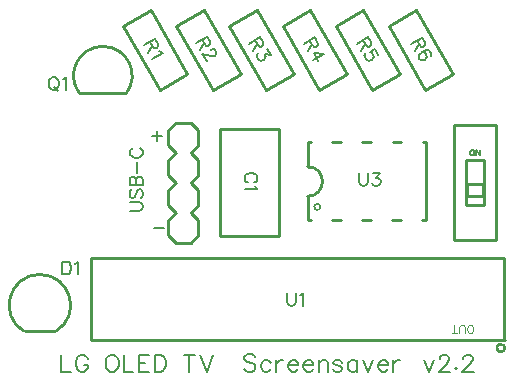
<source format=gto>
G04 Layer: TopSilkscreenLayer*
G04 EasyEDA v6.5.34, 2023-08-16 01:38:41*
G04 0b4bf82fb62e4253a9ec38605943c121,d082a57bed8c4960b86515869d5a82c3,10*
G04 Gerber Generator version 0.2*
G04 Scale: 100 percent, Rotated: No, Reflected: No *
G04 Dimensions in millimeters *
G04 leading zeros omitted , absolute positions ,4 integer and 5 decimal *
%FSLAX45Y45*%
%MOMM*%

%ADD10C,0.2032*%
%ADD11C,0.1524*%
%ADD12C,0.1000*%
%ADD13C,0.2540*%
%ADD14C,0.1500*%
%ADD15C,0.0189*%

%LPD*%
D10*
X571500Y240284D02*
G01*
X571500Y97028D01*
X571500Y97028D02*
G01*
X653287Y97028D01*
X800607Y206247D02*
G01*
X793750Y219710D01*
X780034Y233426D01*
X766571Y240284D01*
X739139Y240284D01*
X725678Y233426D01*
X711962Y219710D01*
X705104Y206247D01*
X698245Y185673D01*
X698245Y151637D01*
X705104Y131063D01*
X711962Y117602D01*
X725678Y103886D01*
X739139Y97028D01*
X766571Y97028D01*
X780034Y103886D01*
X793750Y117602D01*
X800607Y131063D01*
X800607Y151637D01*
X766571Y151637D02*
G01*
X800607Y151637D01*
X991615Y240284D02*
G01*
X977900Y233426D01*
X964184Y219710D01*
X957326Y206247D01*
X950468Y185673D01*
X950468Y151637D01*
X957326Y131063D01*
X964184Y117602D01*
X977900Y103886D01*
X991615Y97028D01*
X1018794Y97028D01*
X1032510Y103886D01*
X1045971Y117602D01*
X1052829Y131063D01*
X1059687Y151637D01*
X1059687Y185673D01*
X1052829Y206247D01*
X1045971Y219710D01*
X1032510Y233426D01*
X1018794Y240284D01*
X991615Y240284D01*
X1104645Y240284D02*
G01*
X1104645Y97028D01*
X1104645Y97028D02*
G01*
X1186434Y97028D01*
X1231392Y240284D02*
G01*
X1231392Y97028D01*
X1231392Y240284D02*
G01*
X1320037Y240284D01*
X1231392Y171957D02*
G01*
X1286002Y171957D01*
X1231392Y97028D02*
G01*
X1320037Y97028D01*
X1365250Y240284D02*
G01*
X1365250Y97028D01*
X1365250Y240284D02*
G01*
X1412747Y240284D01*
X1433321Y233426D01*
X1447037Y219710D01*
X1453895Y206247D01*
X1460500Y185673D01*
X1460500Y151637D01*
X1453895Y131063D01*
X1447037Y117602D01*
X1433321Y103886D01*
X1412747Y97028D01*
X1365250Y97028D01*
X1658365Y240284D02*
G01*
X1658365Y97028D01*
X1610613Y240284D02*
G01*
X1706118Y240284D01*
X1751076Y240284D02*
G01*
X1805686Y97028D01*
X1860042Y240284D02*
G01*
X1805686Y97028D01*
X2218181Y222504D02*
G01*
X2204465Y236220D01*
X2183384Y243331D01*
X2155697Y243331D01*
X2134870Y236220D01*
X2120900Y222504D01*
X2120900Y208534D01*
X2127758Y194563D01*
X2134870Y187705D01*
X2148840Y180594D01*
X2190495Y166878D01*
X2204465Y159765D01*
X2211324Y152907D01*
X2218181Y138937D01*
X2218181Y118110D01*
X2204465Y104139D01*
X2183384Y97281D01*
X2155697Y97281D01*
X2134870Y104139D01*
X2120900Y118110D01*
X2347722Y173736D02*
G01*
X2333752Y187705D01*
X2319781Y194563D01*
X2298954Y194563D01*
X2284984Y187705D01*
X2271013Y173736D01*
X2264156Y152907D01*
X2264156Y138937D01*
X2271013Y118110D01*
X2284984Y104139D01*
X2298954Y97281D01*
X2319781Y97281D01*
X2333752Y104139D01*
X2347722Y118110D01*
X2393441Y194563D02*
G01*
X2393441Y97281D01*
X2393441Y152907D02*
G01*
X2400554Y173736D01*
X2414270Y187705D01*
X2428240Y194563D01*
X2449068Y194563D01*
X2495041Y152907D02*
G01*
X2578608Y152907D01*
X2578608Y166878D01*
X2571495Y180594D01*
X2564638Y187705D01*
X2550668Y194563D01*
X2529840Y194563D01*
X2515870Y187705D01*
X2501900Y173736D01*
X2495041Y152907D01*
X2495041Y138937D01*
X2501900Y118110D01*
X2515870Y104139D01*
X2529840Y97281D01*
X2550668Y97281D01*
X2564638Y104139D01*
X2578608Y118110D01*
X2624327Y152907D02*
G01*
X2707893Y152907D01*
X2707893Y166878D01*
X2700781Y180594D01*
X2693924Y187705D01*
X2679954Y194563D01*
X2659125Y194563D01*
X2645156Y187705D01*
X2631440Y173736D01*
X2624327Y152907D01*
X2624327Y138937D01*
X2631440Y118110D01*
X2645156Y104139D01*
X2659125Y97281D01*
X2679954Y97281D01*
X2693924Y104139D01*
X2707893Y118110D01*
X2753868Y194563D02*
G01*
X2753868Y97281D01*
X2753868Y166878D02*
G01*
X2774695Y187705D01*
X2788411Y194563D01*
X2809493Y194563D01*
X2823209Y187705D01*
X2830322Y166878D01*
X2830322Y97281D01*
X2952750Y173736D02*
G01*
X2945638Y187705D01*
X2924809Y194563D01*
X2903981Y194563D01*
X2883154Y187705D01*
X2876041Y173736D01*
X2883154Y159765D01*
X2897124Y152907D01*
X2931922Y146050D01*
X2945638Y138937D01*
X2952750Y124968D01*
X2952750Y118110D01*
X2945638Y104139D01*
X2924809Y97281D01*
X2903981Y97281D01*
X2883154Y104139D01*
X2876041Y118110D01*
X3082036Y194563D02*
G01*
X3082036Y97281D01*
X3082036Y173736D02*
G01*
X3068065Y187705D01*
X3054095Y194563D01*
X3033268Y194563D01*
X3019552Y187705D01*
X3005581Y173736D01*
X2998470Y152907D01*
X2998470Y138937D01*
X3005581Y118110D01*
X3019552Y104139D01*
X3033268Y97281D01*
X3054095Y97281D01*
X3068065Y104139D01*
X3082036Y118110D01*
X3128009Y194563D02*
G01*
X3169665Y97281D01*
X3211322Y194563D02*
G01*
X3169665Y97281D01*
X3257295Y152907D02*
G01*
X3340608Y152907D01*
X3340608Y166878D01*
X3333750Y180594D01*
X3326891Y187705D01*
X3312922Y194563D01*
X3292093Y194563D01*
X3278124Y187705D01*
X3264154Y173736D01*
X3257295Y152907D01*
X3257295Y138937D01*
X3264154Y118110D01*
X3278124Y104139D01*
X3292093Y97281D01*
X3312922Y97281D01*
X3326891Y104139D01*
X3340608Y118110D01*
X3386581Y194563D02*
G01*
X3386581Y97281D01*
X3386581Y152907D02*
G01*
X3393693Y173736D01*
X3407409Y187705D01*
X3421379Y194563D01*
X3442208Y194563D01*
X3644900Y192531D02*
G01*
X3685793Y97028D01*
X3726688Y192531D02*
G01*
X3685793Y97028D01*
X3778504Y206247D02*
G01*
X3778504Y213105D01*
X3785361Y226568D01*
X3792220Y233426D01*
X3805681Y240284D01*
X3833113Y240284D01*
X3846829Y233426D01*
X3853434Y226568D01*
X3860291Y213105D01*
X3860291Y199389D01*
X3853434Y185673D01*
X3839972Y165354D01*
X3771645Y97028D01*
X3867150Y97028D01*
X3918965Y131063D02*
G01*
X3912108Y124460D01*
X3918965Y117602D01*
X3925824Y124460D01*
X3918965Y131063D01*
X3977640Y206247D02*
G01*
X3977640Y213105D01*
X3984497Y226568D01*
X3991356Y233426D01*
X4004818Y240284D01*
X4032250Y240284D01*
X4045711Y233426D01*
X4052570Y226568D01*
X4059427Y213105D01*
X4059427Y199389D01*
X4052570Y185673D01*
X4039108Y165354D01*
X3970781Y97028D01*
X4066286Y97028D01*
X1387094Y2132076D02*
G01*
X1387094Y2050034D01*
X1346200Y2091181D02*
G01*
X1427987Y2091181D01*
X1358900Y1316481D02*
G01*
X1440687Y1316481D01*
D11*
X584200Y1029715D02*
G01*
X584200Y920750D01*
X584200Y1029715D02*
G01*
X620521Y1029715D01*
X636270Y1024636D01*
X646429Y1014221D01*
X651763Y1003807D01*
X656844Y988060D01*
X656844Y962152D01*
X651763Y946657D01*
X646429Y936244D01*
X636270Y925829D01*
X620521Y920750D01*
X584200Y920750D01*
X691134Y1008887D02*
G01*
X701547Y1014221D01*
X717295Y1029715D01*
X717295Y920750D01*
X1809399Y2934741D02*
G01*
X1715030Y2880258D01*
X1809399Y2934741D02*
G01*
X1832767Y2894266D01*
X1836115Y2878307D01*
X1834161Y2871022D01*
X1827682Y2861416D01*
X1818662Y2856209D01*
X1807105Y2855401D01*
X1800039Y2857479D01*
X1787893Y2868358D01*
X1764525Y2908833D01*
X1782686Y2877378D02*
G01*
X1751352Y2817347D01*
X1843095Y2824561D02*
G01*
X1847494Y2827101D01*
X1859053Y2827909D01*
X1866341Y2825955D01*
X1875947Y2819476D01*
X1886234Y2801658D01*
X1887042Y2790101D01*
X1885088Y2782813D01*
X1878609Y2773207D01*
X1869589Y2768000D01*
X1858032Y2767192D01*
X1839407Y2768465D01*
X1768497Y2787650D01*
X1804946Y2724518D01*
X2260031Y2928556D02*
G01*
X2165664Y2874073D01*
X2260031Y2928556D02*
G01*
X2283399Y2888081D01*
X2286746Y2872122D01*
X2284796Y2864835D01*
X2278316Y2855229D01*
X2269296Y2850022D01*
X2257739Y2849214D01*
X2250671Y2851294D01*
X2238524Y2862173D01*
X2215156Y2902648D01*
X2233317Y2871190D02*
G01*
X2201986Y2811160D01*
X2318705Y2826928D02*
G01*
X2347280Y2777436D01*
X2295712Y2783443D01*
X2303459Y2770024D01*
X2304265Y2758467D01*
X2302405Y2751528D01*
X2291435Y2739034D01*
X2282416Y2733827D01*
X2266332Y2730700D01*
X2252106Y2734510D01*
X2239959Y2745389D01*
X2232212Y2758808D01*
X2228738Y2774985D01*
X2230597Y2781924D01*
X2236950Y2791752D01*
X2720271Y2927857D02*
G01*
X2625902Y2873375D01*
X2720271Y2927857D02*
G01*
X2743639Y2887383D01*
X2746987Y2871424D01*
X2745033Y2864139D01*
X2738554Y2854533D01*
X2729534Y2849326D01*
X2717977Y2848518D01*
X2710911Y2850596D01*
X2698765Y2861475D01*
X2675397Y2901950D01*
X2693558Y2870494D02*
G01*
X2662224Y2810464D01*
X2799773Y2790156D02*
G01*
X2710825Y2798927D01*
X2749814Y2731396D01*
X2799773Y2790156D02*
G01*
X2705404Y2735673D01*
X4050670Y1976280D02*
G01*
X4045844Y1973994D01*
X4041272Y1969422D01*
X4038986Y1964850D01*
X4036700Y1957738D01*
X4036700Y1946308D01*
X4038986Y1939450D01*
X4041272Y1934624D01*
X4045844Y1930052D01*
X4050670Y1927766D01*
X4059814Y1927766D01*
X4064386Y1930052D01*
X4068958Y1934624D01*
X4071244Y1939450D01*
X4073530Y1946308D01*
X4073530Y1957738D01*
X4071244Y1964850D01*
X4068958Y1969422D01*
X4064386Y1973994D01*
X4059814Y1976280D01*
X4050670Y1976280D01*
X4088770Y1976280D02*
G01*
X4088770Y1927766D01*
X4088770Y1976280D02*
G01*
X4121282Y1927766D01*
X4121282Y1976280D02*
G01*
X4121282Y1927766D01*
X1369867Y2914500D02*
G01*
X1275499Y2860017D01*
X1369867Y2914500D02*
G01*
X1393235Y2874027D01*
X1396583Y2858068D01*
X1394630Y2850781D01*
X1388150Y2841175D01*
X1379131Y2835968D01*
X1367574Y2835160D01*
X1360507Y2837240D01*
X1348361Y2848119D01*
X1324993Y2888592D01*
X1343154Y2857136D02*
G01*
X1311821Y2797106D01*
X1405295Y2811480D02*
G01*
X1415122Y2805127D01*
X1436415Y2799237D01*
X1342047Y2744754D01*
X3172772Y2928556D02*
G01*
X3078403Y2874073D01*
X3172772Y2928556D02*
G01*
X3196140Y2888081D01*
X3199488Y2872122D01*
X3197534Y2864838D01*
X3191055Y2855231D01*
X3182035Y2850024D01*
X3170478Y2849217D01*
X3163412Y2851294D01*
X3151266Y2862173D01*
X3127898Y2902648D01*
X3146059Y2871193D02*
G01*
X3114725Y2811162D01*
X3257481Y2781835D02*
G01*
X3231446Y2826931D01*
X3188431Y2807962D01*
X3195370Y2806103D01*
X3207862Y2795130D01*
X3215609Y2781714D01*
X3218738Y2765628D01*
X3215147Y2751528D01*
X3204174Y2739034D01*
X3195157Y2733827D01*
X3179071Y2730700D01*
X3164845Y2734513D01*
X3152698Y2745392D01*
X3144951Y2758808D01*
X3141477Y2774988D01*
X3143336Y2781927D01*
X3149688Y2791752D01*
X3630467Y2926359D02*
G01*
X3536099Y2871876D01*
X3630467Y2926359D02*
G01*
X3653833Y2885884D01*
X3657180Y2869925D01*
X3655227Y2862640D01*
X3648750Y2853032D01*
X3639731Y2847825D01*
X3628174Y2847017D01*
X3621107Y2849097D01*
X3608959Y2859976D01*
X3585593Y2900451D01*
X3603752Y2868993D02*
G01*
X3572421Y2808963D01*
X3701755Y2771889D02*
G01*
X3708107Y2781716D01*
X3704760Y2797675D01*
X3699553Y2806694D01*
X3687409Y2817571D01*
X3668562Y2818716D01*
X3643459Y2810382D01*
X3621021Y2797429D01*
X3605651Y2782394D01*
X3601839Y2768170D01*
X3605187Y2752209D01*
X3607854Y2747591D01*
X3620000Y2736712D01*
X3634226Y2732900D01*
X3650185Y2736248D01*
X3654806Y2738915D01*
X3665682Y2751063D01*
X3669494Y2765287D01*
X3666147Y2781246D01*
X3663480Y2785866D01*
X3651333Y2796745D01*
X3637107Y2800555D01*
X3621021Y2797429D01*
X1154783Y1460502D02*
G01*
X1232507Y1460502D01*
X1248255Y1465582D01*
X1258669Y1475996D01*
X1263749Y1491744D01*
X1263749Y1502158D01*
X1258669Y1517652D01*
X1248255Y1528066D01*
X1232507Y1533146D01*
X1154783Y1533146D01*
X1170277Y1640334D02*
G01*
X1159863Y1629920D01*
X1154783Y1614172D01*
X1154783Y1593598D01*
X1159863Y1577850D01*
X1170277Y1567436D01*
X1180691Y1567436D01*
X1191105Y1572770D01*
X1196185Y1577850D01*
X1201519Y1588264D01*
X1211933Y1619506D01*
X1217013Y1629920D01*
X1222093Y1635000D01*
X1232507Y1640334D01*
X1248255Y1640334D01*
X1258669Y1629920D01*
X1263749Y1614172D01*
X1263749Y1593598D01*
X1258669Y1577850D01*
X1248255Y1567436D01*
X1154783Y1674624D02*
G01*
X1263749Y1674624D01*
X1154783Y1674624D02*
G01*
X1154783Y1721360D01*
X1159863Y1736854D01*
X1164943Y1742188D01*
X1175357Y1747268D01*
X1185771Y1747268D01*
X1196185Y1742188D01*
X1201519Y1736854D01*
X1206599Y1721360D01*
X1206599Y1674624D02*
G01*
X1206599Y1721360D01*
X1211933Y1736854D01*
X1217013Y1742188D01*
X1227427Y1747268D01*
X1242921Y1747268D01*
X1253335Y1742188D01*
X1258669Y1736854D01*
X1263749Y1721360D01*
X1263749Y1674624D01*
X1217013Y1781558D02*
G01*
X1217013Y1875030D01*
X1180691Y1987298D02*
G01*
X1170277Y1982218D01*
X1159863Y1971804D01*
X1154783Y1961390D01*
X1154783Y1940562D01*
X1159863Y1930148D01*
X1170277Y1919734D01*
X1180691Y1914654D01*
X1196185Y1909320D01*
X1222093Y1909320D01*
X1237841Y1914654D01*
X1248255Y1919734D01*
X1258669Y1930148D01*
X1263749Y1940562D01*
X1263749Y1961390D01*
X1258669Y1971804D01*
X1248255Y1982218D01*
X1237841Y1987298D01*
X3098261Y1779000D02*
G01*
X3098261Y1701022D01*
X3103341Y1685528D01*
X3113755Y1675114D01*
X3129503Y1670034D01*
X3139917Y1670034D01*
X3155411Y1675114D01*
X3165825Y1685528D01*
X3170905Y1701022D01*
X3170905Y1779000D01*
X3215609Y1779000D02*
G01*
X3272759Y1779000D01*
X3241771Y1737344D01*
X3257265Y1737344D01*
X3267679Y1732264D01*
X3272759Y1727184D01*
X3278093Y1711436D01*
X3278093Y1701022D01*
X3272759Y1685528D01*
X3262345Y1675114D01*
X3246851Y1670034D01*
X3231357Y1670034D01*
X3215609Y1675114D01*
X3210529Y1680194D01*
X3205195Y1690608D01*
X2489200Y763015D02*
G01*
X2489200Y685037D01*
X2494279Y669544D01*
X2504693Y659129D01*
X2520441Y654050D01*
X2530856Y654050D01*
X2546350Y659129D01*
X2556763Y669544D01*
X2561843Y685037D01*
X2561843Y763015D01*
X2596134Y742187D02*
G01*
X2606547Y747521D01*
X2622295Y763015D01*
X2622295Y654050D01*
D12*
X4043286Y425495D02*
G01*
X4049636Y428797D01*
X4055986Y435147D01*
X4059034Y441497D01*
X4062336Y450895D01*
X4062336Y466897D01*
X4059034Y476549D01*
X4055986Y482899D01*
X4049636Y489249D01*
X4043286Y492297D01*
X4030586Y492297D01*
X4023982Y489249D01*
X4017632Y482899D01*
X4014584Y476549D01*
X4011282Y466897D01*
X4011282Y450895D01*
X4014584Y441497D01*
X4017632Y435147D01*
X4023982Y428797D01*
X4030586Y425495D01*
X4043286Y425495D01*
X3990454Y425495D02*
G01*
X3990454Y473247D01*
X3987152Y482899D01*
X3980802Y489249D01*
X3971404Y492297D01*
X3964800Y492297D01*
X3955402Y489249D01*
X3949052Y482899D01*
X3945750Y473247D01*
X3945750Y425495D01*
X3902570Y425495D02*
G01*
X3902570Y492297D01*
X3924922Y425495D02*
G01*
X3880218Y425495D01*
D11*
X501142Y2591815D02*
G01*
X490728Y2586736D01*
X480313Y2576321D01*
X474979Y2565907D01*
X469900Y2550160D01*
X469900Y2524252D01*
X474979Y2508757D01*
X480313Y2498344D01*
X490728Y2487929D01*
X501142Y2482850D01*
X521970Y2482850D01*
X532129Y2487929D01*
X542544Y2498344D01*
X547878Y2508757D01*
X552957Y2524252D01*
X552957Y2550160D01*
X547878Y2565907D01*
X542544Y2576321D01*
X532129Y2586736D01*
X521970Y2591815D01*
X501142Y2591815D01*
X516636Y2503423D02*
G01*
X547878Y2472436D01*
X587247Y2570987D02*
G01*
X597662Y2576321D01*
X613410Y2591815D01*
X613410Y2482850D01*
X2210308Y1700006D02*
G01*
X2220722Y1705340D01*
X2231136Y1715754D01*
X2236215Y1725914D01*
X2236215Y1746742D01*
X2231136Y1757156D01*
X2220722Y1767570D01*
X2210308Y1772904D01*
X2194559Y1777984D01*
X2168652Y1777984D01*
X2153158Y1772904D01*
X2142743Y1767570D01*
X2132329Y1757156D01*
X2127250Y1746742D01*
X2127250Y1725914D01*
X2132329Y1715754D01*
X2142743Y1705340D01*
X2153158Y1700006D01*
X2215388Y1665716D02*
G01*
X2220722Y1655302D01*
X2236215Y1639808D01*
X2127250Y1639808D01*
D13*
X263700Y437400D02*
G01*
X523699Y437400D01*
X1783092Y3155365D02*
G01*
X2093094Y2618432D01*
X1549267Y3020367D02*
G01*
X1859264Y2483431D01*
X1859267Y2483434D02*
G01*
X2093094Y2618432D01*
X1549265Y3020367D02*
G01*
X1783092Y3155365D01*
X2232672Y3155365D02*
G01*
X2542674Y2618432D01*
X1998847Y3020367D02*
G01*
X2308844Y2483431D01*
X2308847Y2483434D02*
G01*
X2542674Y2618432D01*
X1998845Y3020367D02*
G01*
X2232672Y3155365D01*
X2682252Y3155365D02*
G01*
X2992254Y2618432D01*
X2448427Y3020367D02*
G01*
X2758424Y2483431D01*
X2758427Y2483434D02*
G01*
X2992254Y2618432D01*
X2448425Y3020367D02*
G01*
X2682252Y3155365D01*
X4000500Y1508094D02*
G01*
X4152900Y1508094D01*
X4152900Y1889094D01*
X4000500Y1889094D01*
X4000500Y1508094D01*
X3901699Y2188593D02*
G01*
X4251700Y2188593D01*
X3901699Y1208595D02*
G01*
X4251700Y1208595D01*
X3901699Y2188593D02*
G01*
X3901699Y1208595D01*
X4251700Y2188593D02*
G01*
X4251700Y1208595D01*
X4006697Y1688586D02*
G01*
X4146702Y1688586D01*
X4146702Y1588587D01*
X4006697Y1588587D01*
X4006697Y1688586D01*
X1333512Y3155365D02*
G01*
X1643514Y2618432D01*
X1099687Y3020367D02*
G01*
X1409684Y2483431D01*
X1409687Y2483434D02*
G01*
X1643514Y2618432D01*
X1099685Y3020367D02*
G01*
X1333512Y3155365D01*
X3131832Y3155365D02*
G01*
X3441834Y2618432D01*
X2898007Y3020367D02*
G01*
X3208004Y2483431D01*
X3208007Y2483434D02*
G01*
X3441834Y2618432D01*
X2898005Y3020367D02*
G01*
X3131832Y3155365D01*
X3581412Y3155365D02*
G01*
X3891414Y2618432D01*
X3347587Y3020367D02*
G01*
X3657587Y2483431D01*
X3657587Y2483434D02*
G01*
X3891414Y2618432D01*
X3347585Y3020367D02*
G01*
X3581412Y3155365D01*
X1482595Y2016097D02*
G01*
X1482595Y2143097D01*
X1482595Y2143097D02*
G01*
X1546095Y2206597D01*
X1673095Y2206597D02*
G01*
X1736595Y2143097D01*
X1546095Y1698597D02*
G01*
X1482595Y1762097D01*
X1482595Y1762097D02*
G01*
X1482595Y1889097D01*
X1482595Y1889097D02*
G01*
X1546095Y1952597D01*
X1673095Y1952597D02*
G01*
X1736595Y1889097D01*
X1736595Y1889097D02*
G01*
X1736595Y1762097D01*
X1736595Y1762097D02*
G01*
X1673095Y1698597D01*
X1482595Y2016097D02*
G01*
X1546095Y1952597D01*
X1673095Y1952597D02*
G01*
X1736595Y2016097D01*
X1736595Y2143097D02*
G01*
X1736595Y2016097D01*
X1482595Y1254097D02*
G01*
X1482595Y1381097D01*
X1482595Y1381097D02*
G01*
X1546095Y1444597D01*
X1673095Y1444597D02*
G01*
X1736595Y1381097D01*
X1546095Y1444597D02*
G01*
X1482595Y1508097D01*
X1482595Y1508097D02*
G01*
X1482595Y1635097D01*
X1482595Y1635097D02*
G01*
X1546095Y1698597D01*
X1673095Y1698597D02*
G01*
X1736595Y1635097D01*
X1736595Y1635097D02*
G01*
X1736595Y1508097D01*
X1736595Y1508097D02*
G01*
X1673095Y1444597D01*
X1546095Y1190597D02*
G01*
X1673095Y1190597D01*
X1482595Y1254097D02*
G01*
X1546095Y1190597D01*
X1673095Y1190597D02*
G01*
X1736595Y1254097D01*
X1736595Y1381097D02*
G01*
X1736595Y1254097D01*
X1546095Y2206597D02*
G01*
X1673095Y2206597D01*
X3661763Y2037882D02*
G01*
X3661760Y1377878D01*
X2661759Y2037882D02*
G01*
X2691975Y2037882D01*
X2869547Y2037882D02*
G01*
X2945975Y2037882D01*
X3123547Y2037882D02*
G01*
X3193374Y2037882D01*
X3384148Y2037882D02*
G01*
X3447374Y2037882D01*
X3638148Y2037882D02*
G01*
X3661763Y2037882D01*
X2661762Y1377878D02*
G01*
X2691975Y1377878D01*
X2869547Y1377878D02*
G01*
X2945975Y1377878D01*
X3123547Y1377878D02*
G01*
X3199975Y1377878D01*
X3377547Y1377878D02*
G01*
X3453975Y1377878D01*
X3631547Y1377878D02*
G01*
X3661760Y1377878D01*
X2661759Y1377878D02*
G01*
X2661759Y1582879D01*
X2661759Y2037882D02*
G01*
X2661759Y1832881D01*
X4328353Y363220D02*
G01*
X830265Y363220D01*
X830265Y1061212D01*
X4325305Y1061212D01*
X4325305Y366268D01*
X1125090Y2453512D02*
G01*
X729109Y2453512D01*
X2421699Y2148596D02*
G01*
X2421699Y1248595D01*
X1921700Y2148596D02*
G01*
X1921700Y1248595D01*
X2421699Y1248595D02*
G01*
X1921700Y1248595D01*
X2421699Y2148596D02*
G01*
X1921700Y2148596D01*
G75*
G01*
X531876Y440230D02*
G03*
X255524Y440230I-138176J220244D01*
D14*
G75*
G01*
X2768062Y1491981D02*
G03*
X2768036Y1490856I-25400J10D01*
D13*
G75*
G01*
X2661760Y1832882D02*
G02*
X2661636Y1582913I-622J-124984D01*
G75*
G01*
X1125220Y2453386D02*
G03*
X728980Y2453386I-198120J149840D01*
G75*
G01
X4329473Y298295D02*
G03X4329473Y298295I-33325J0D01*
M02*

</source>
